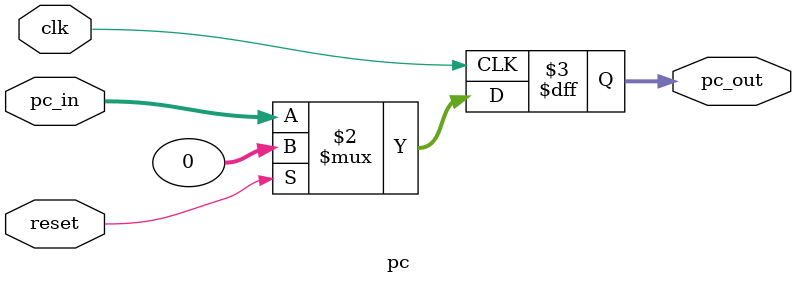
<source format=v>
/*module tb_pc();

    reg clk;
    reg reset;
    reg [6:0] pc_in;
    wire [6:0] pc_out;

    pc inst (
        .clk(clk),
        .reset(reset),
        .pc_in(pc_in),
        .pc_out(pc_out)
    );

    initial begin
        clk = 0;
        forever #5 clk = ~clk;
    end

    initial begin
    
        reset = 1;
        pc_in = 7'b0;
        #10; 

        pc_in = 7'b1;
        #10; 

        $display("Apos reset = 1, Pc_in: %b; Pc_out: %b", pc_in, pc_out);

        reset = 0;
        #10; 

        $display("Apos reset = 0, Pc_in: %b; Pc_out: %b", pc_in, pc_out);

        pc_in = 7'b1010101;
        #10; 

        $display("Apos mudanca de pc_in, Pc_in: %b; Pc_out: %b", pc_in, pc_out);

        $finish; 
    end

endmodule */

module pc(
    input wire clk,
    input wire reset,
    input wire [31:0] pc_in,
    output reg [31:0] pc_out
);

always @(posedge clk) begin
    pc_out <= (reset) ? 32'b0 : pc_in;
end

endmodule

</source>
